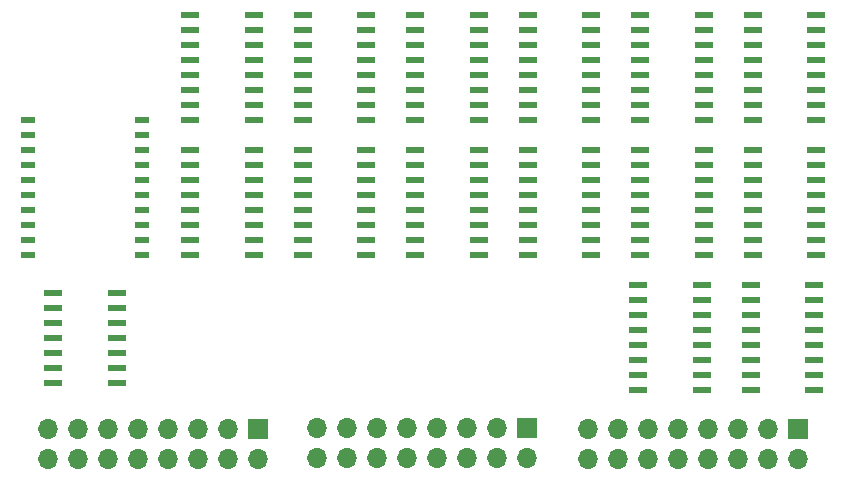
<source format=gbr>
%TF.GenerationSoftware,KiCad,Pcbnew,6.0.6-3a73a75311~116~ubuntu20.04.1*%
%TF.CreationDate,2022-07-29T20:39:59-07:00*%
%TF.ProjectId,ALUMux,414c554d-7578-42e6-9b69-6361645f7063,rev?*%
%TF.SameCoordinates,Original*%
%TF.FileFunction,Soldermask,Top*%
%TF.FilePolarity,Negative*%
%FSLAX46Y46*%
G04 Gerber Fmt 4.6, Leading zero omitted, Abs format (unit mm)*
G04 Created by KiCad (PCBNEW 6.0.6-3a73a75311~116~ubuntu20.04.1) date 2022-07-29 20:39:59*
%MOMM*%
%LPD*%
G01*
G04 APERTURE LIST*
%ADD10R,1.550000X0.600000*%
%ADD11R,1.700000X1.700000*%
%ADD12O,1.700000X1.700000*%
%ADD13R,1.300000X0.520000*%
G04 APERTURE END LIST*
D10*
%TO.C,U2MUX1*%
X135255000Y-117475000D03*
X135255000Y-118745000D03*
X135255000Y-120015000D03*
X135255000Y-121285000D03*
X135255000Y-122555000D03*
X135255000Y-123825000D03*
X135255000Y-125095000D03*
X135255000Y-126365000D03*
X140655000Y-126365000D03*
X140655000Y-125095000D03*
X140655000Y-123825000D03*
X140655000Y-122555000D03*
X140655000Y-121285000D03*
X140655000Y-120015000D03*
X140655000Y-118745000D03*
X140655000Y-117475000D03*
%TD*%
%TO.C,U4MUX3*%
X163830000Y-117475000D03*
X163830000Y-118745000D03*
X163830000Y-120015000D03*
X163830000Y-121285000D03*
X163830000Y-122555000D03*
X163830000Y-123825000D03*
X163830000Y-125095000D03*
X163830000Y-126365000D03*
X169230000Y-126365000D03*
X169230000Y-125095000D03*
X169230000Y-123825000D03*
X169230000Y-122555000D03*
X169230000Y-121285000D03*
X169230000Y-120015000D03*
X169230000Y-118745000D03*
X169230000Y-117475000D03*
%TD*%
D11*
%TO.C,J3*%
X186690000Y-141035000D03*
D12*
X186690000Y-143575000D03*
X184150000Y-141035000D03*
X184150000Y-143575000D03*
X181610000Y-141035000D03*
X181610000Y-143575000D03*
X179070000Y-141035000D03*
X179070000Y-143575000D03*
X176530000Y-141035000D03*
X176530000Y-143575000D03*
X173990000Y-141035000D03*
X173990000Y-143575000D03*
X171450000Y-141035000D03*
X171450000Y-143575000D03*
X168910000Y-141035000D03*
X168910000Y-143575000D03*
%TD*%
D10*
%TO.C,U2MUX3*%
X173195000Y-128905000D03*
X173195000Y-130175000D03*
X173195000Y-131445000D03*
X173195000Y-132715000D03*
X173195000Y-133985000D03*
X173195000Y-135255000D03*
X173195000Y-136525000D03*
X173195000Y-137795000D03*
X178595000Y-137795000D03*
X178595000Y-136525000D03*
X178595000Y-135255000D03*
X178595000Y-133985000D03*
X178595000Y-132715000D03*
X178595000Y-131445000D03*
X178595000Y-130175000D03*
X178595000Y-128905000D03*
%TD*%
%TO.C,UADD2*%
X182880000Y-106045000D03*
X182880000Y-107315000D03*
X182880000Y-108585000D03*
X182880000Y-109855000D03*
X182880000Y-111125000D03*
X182880000Y-112395000D03*
X182880000Y-113665000D03*
X182880000Y-114935000D03*
X188280000Y-114935000D03*
X188280000Y-113665000D03*
X188280000Y-112395000D03*
X188280000Y-111125000D03*
X188280000Y-109855000D03*
X188280000Y-108585000D03*
X188280000Y-107315000D03*
X188280000Y-106045000D03*
%TD*%
%TO.C,U2MUX4*%
X182720000Y-128905000D03*
X182720000Y-130175000D03*
X182720000Y-131445000D03*
X182720000Y-132715000D03*
X182720000Y-133985000D03*
X182720000Y-135255000D03*
X182720000Y-136525000D03*
X182720000Y-137795000D03*
X188120000Y-137795000D03*
X188120000Y-136525000D03*
X188120000Y-135255000D03*
X188120000Y-133985000D03*
X188120000Y-132715000D03*
X188120000Y-131445000D03*
X188120000Y-130175000D03*
X188120000Y-128905000D03*
%TD*%
%TO.C,U4MUX1*%
X144780000Y-117475000D03*
X144780000Y-118745000D03*
X144780000Y-120015000D03*
X144780000Y-121285000D03*
X144780000Y-122555000D03*
X144780000Y-123825000D03*
X144780000Y-125095000D03*
X144780000Y-126365000D03*
X150180000Y-126365000D03*
X150180000Y-125095000D03*
X150180000Y-123825000D03*
X150180000Y-122555000D03*
X150180000Y-121285000D03*
X150180000Y-120015000D03*
X150180000Y-118745000D03*
X150180000Y-117475000D03*
%TD*%
%TO.C,U4MUX6*%
X154305000Y-106045000D03*
X154305000Y-107315000D03*
X154305000Y-108585000D03*
X154305000Y-109855000D03*
X154305000Y-111125000D03*
X154305000Y-112395000D03*
X154305000Y-113665000D03*
X154305000Y-114935000D03*
X159705000Y-114935000D03*
X159705000Y-113665000D03*
X159705000Y-112395000D03*
X159705000Y-111125000D03*
X159705000Y-109855000D03*
X159705000Y-108585000D03*
X159705000Y-107315000D03*
X159705000Y-106045000D03*
%TD*%
D11*
%TO.C,J2*%
X163815000Y-140970000D03*
D12*
X163815000Y-143510000D03*
X161275000Y-140970000D03*
X161275000Y-143510000D03*
X158735000Y-140970000D03*
X158735000Y-143510000D03*
X156195000Y-140970000D03*
X156195000Y-143510000D03*
X153655000Y-140970000D03*
X153655000Y-143510000D03*
X151115000Y-140970000D03*
X151115000Y-143510000D03*
X148575000Y-140970000D03*
X148575000Y-143510000D03*
X146035000Y-140970000D03*
X146035000Y-143510000D03*
%TD*%
D10*
%TO.C,U4MUX5*%
X144780000Y-106045000D03*
X144780000Y-107315000D03*
X144780000Y-108585000D03*
X144780000Y-109855000D03*
X144780000Y-111125000D03*
X144780000Y-112395000D03*
X144780000Y-113665000D03*
X144780000Y-114935000D03*
X150180000Y-114935000D03*
X150180000Y-113665000D03*
X150180000Y-112395000D03*
X150180000Y-111125000D03*
X150180000Y-109855000D03*
X150180000Y-108585000D03*
X150180000Y-107315000D03*
X150180000Y-106045000D03*
%TD*%
D13*
%TO.C,UREG1*%
X121515000Y-114935000D03*
X121515000Y-116205000D03*
X121515000Y-117475000D03*
X121515000Y-118745000D03*
X121515000Y-120015000D03*
X121515000Y-121285000D03*
X121515000Y-122555000D03*
X121515000Y-123825000D03*
X121515000Y-125095000D03*
X121515000Y-126365000D03*
X131215000Y-126365000D03*
X131215000Y-125095000D03*
X131215000Y-123825000D03*
X131215000Y-122555000D03*
X131215000Y-121285000D03*
X131215000Y-120015000D03*
X131215000Y-118745000D03*
X131215000Y-117475000D03*
X131215000Y-116205000D03*
X131215000Y-114935000D03*
%TD*%
D10*
%TO.C,U4MUX4*%
X173355000Y-117475000D03*
X173355000Y-118745000D03*
X173355000Y-120015000D03*
X173355000Y-121285000D03*
X173355000Y-122555000D03*
X173355000Y-123825000D03*
X173355000Y-125095000D03*
X173355000Y-126365000D03*
X178755000Y-126365000D03*
X178755000Y-125095000D03*
X178755000Y-123825000D03*
X178755000Y-122555000D03*
X178755000Y-121285000D03*
X178755000Y-120015000D03*
X178755000Y-118745000D03*
X178755000Y-117475000D03*
%TD*%
%TO.C,U2MUX2*%
X135255000Y-106045000D03*
X135255000Y-107315000D03*
X135255000Y-108585000D03*
X135255000Y-109855000D03*
X135255000Y-111125000D03*
X135255000Y-112395000D03*
X135255000Y-113665000D03*
X135255000Y-114935000D03*
X140655000Y-114935000D03*
X140655000Y-113665000D03*
X140655000Y-112395000D03*
X140655000Y-111125000D03*
X140655000Y-109855000D03*
X140655000Y-108585000D03*
X140655000Y-107315000D03*
X140655000Y-106045000D03*
%TD*%
%TO.C,U4MUX7*%
X163830000Y-106045000D03*
X163830000Y-107315000D03*
X163830000Y-108585000D03*
X163830000Y-109855000D03*
X163830000Y-111125000D03*
X163830000Y-112395000D03*
X163830000Y-113665000D03*
X163830000Y-114935000D03*
X169230000Y-114935000D03*
X169230000Y-113665000D03*
X169230000Y-112395000D03*
X169230000Y-111125000D03*
X169230000Y-109855000D03*
X169230000Y-108585000D03*
X169230000Y-107315000D03*
X169230000Y-106045000D03*
%TD*%
%TO.C,U4MUX8*%
X173355000Y-106045000D03*
X173355000Y-107315000D03*
X173355000Y-108585000D03*
X173355000Y-109855000D03*
X173355000Y-111125000D03*
X173355000Y-112395000D03*
X173355000Y-113665000D03*
X173355000Y-114935000D03*
X178755000Y-114935000D03*
X178755000Y-113665000D03*
X178755000Y-112395000D03*
X178755000Y-111125000D03*
X178755000Y-109855000D03*
X178755000Y-108585000D03*
X178755000Y-107315000D03*
X178755000Y-106045000D03*
%TD*%
%TO.C,UAND1*%
X123665000Y-129540000D03*
X123665000Y-130810000D03*
X123665000Y-132080000D03*
X123665000Y-133350000D03*
X123665000Y-134620000D03*
X123665000Y-135890000D03*
X123665000Y-137160000D03*
X129065000Y-137160000D03*
X129065000Y-135890000D03*
X129065000Y-134620000D03*
X129065000Y-133350000D03*
X129065000Y-132080000D03*
X129065000Y-130810000D03*
X129065000Y-129540000D03*
%TD*%
D11*
%TO.C,J1*%
X140970000Y-141035000D03*
D12*
X140970000Y-143575000D03*
X138430000Y-141035000D03*
X138430000Y-143575000D03*
X135890000Y-141035000D03*
X135890000Y-143575000D03*
X133350000Y-141035000D03*
X133350000Y-143575000D03*
X130810000Y-141035000D03*
X130810000Y-143575000D03*
X128270000Y-141035000D03*
X128270000Y-143575000D03*
X125730000Y-141035000D03*
X125730000Y-143575000D03*
X123190000Y-141035000D03*
X123190000Y-143575000D03*
%TD*%
D10*
%TO.C,UADD1*%
X182880000Y-117475000D03*
X182880000Y-118745000D03*
X182880000Y-120015000D03*
X182880000Y-121285000D03*
X182880000Y-122555000D03*
X182880000Y-123825000D03*
X182880000Y-125095000D03*
X182880000Y-126365000D03*
X188280000Y-126365000D03*
X188280000Y-125095000D03*
X188280000Y-123825000D03*
X188280000Y-122555000D03*
X188280000Y-121285000D03*
X188280000Y-120015000D03*
X188280000Y-118745000D03*
X188280000Y-117475000D03*
%TD*%
%TO.C,U4MUX2*%
X154305000Y-117475000D03*
X154305000Y-118745000D03*
X154305000Y-120015000D03*
X154305000Y-121285000D03*
X154305000Y-122555000D03*
X154305000Y-123825000D03*
X154305000Y-125095000D03*
X154305000Y-126365000D03*
X159705000Y-126365000D03*
X159705000Y-125095000D03*
X159705000Y-123825000D03*
X159705000Y-122555000D03*
X159705000Y-121285000D03*
X159705000Y-120015000D03*
X159705000Y-118745000D03*
X159705000Y-117475000D03*
%TD*%
M02*

</source>
